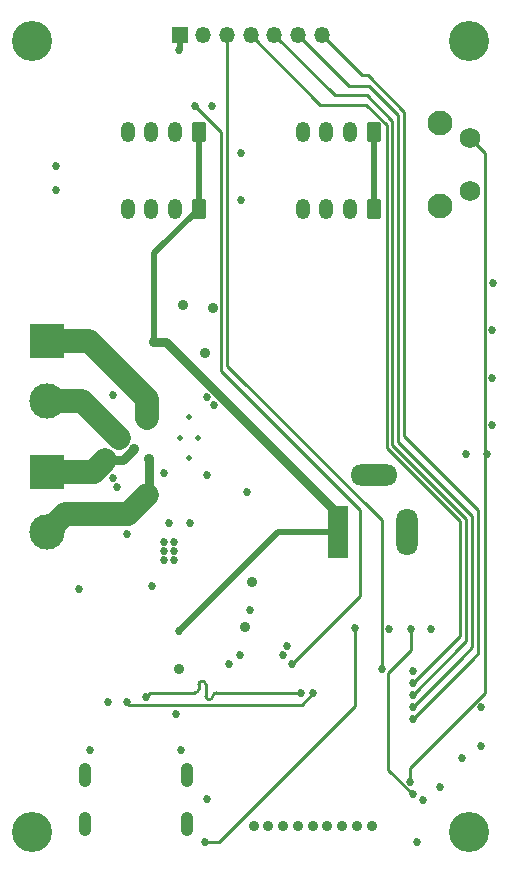
<source format=gbr>
%TF.GenerationSoftware,KiCad,Pcbnew,(6.0.7)*%
%TF.CreationDate,2022-11-21T13:24:11-08:00*%
%TF.ProjectId,WaterTopper,57617465-7254-46f7-9070-65722e6b6963,rev?*%
%TF.SameCoordinates,Original*%
%TF.FileFunction,Copper,L4,Bot*%
%TF.FilePolarity,Positive*%
%FSLAX46Y46*%
G04 Gerber Fmt 4.6, Leading zero omitted, Abs format (unit mm)*
G04 Created by KiCad (PCBNEW (6.0.7)) date 2022-11-21 13:24:11*
%MOMM*%
%LPD*%
G01*
G04 APERTURE LIST*
G04 Aperture macros list*
%AMRoundRect*
0 Rectangle with rounded corners*
0 $1 Rounding radius*
0 $2 $3 $4 $5 $6 $7 $8 $9 X,Y pos of 4 corners*
0 Add a 4 corners polygon primitive as box body*
4,1,4,$2,$3,$4,$5,$6,$7,$8,$9,$2,$3,0*
0 Add four circle primitives for the rounded corners*
1,1,$1+$1,$2,$3*
1,1,$1+$1,$4,$5*
1,1,$1+$1,$6,$7*
1,1,$1+$1,$8,$9*
0 Add four rect primitives between the rounded corners*
20,1,$1+$1,$2,$3,$4,$5,0*
20,1,$1+$1,$4,$5,$6,$7,0*
20,1,$1+$1,$6,$7,$8,$9,0*
20,1,$1+$1,$8,$9,$2,$3,0*%
G04 Aperture macros list end*
%TA.AperFunction,ComponentPad*%
%ADD10R,1.350000X1.350000*%
%TD*%
%TA.AperFunction,ComponentPad*%
%ADD11O,1.350000X1.350000*%
%TD*%
%TA.AperFunction,ComponentPad*%
%ADD12C,2.100000*%
%TD*%
%TA.AperFunction,ComponentPad*%
%ADD13C,1.750000*%
%TD*%
%TA.AperFunction,WasherPad*%
%ADD14C,3.400000*%
%TD*%
%TA.AperFunction,ComponentPad*%
%ADD15R,1.800000X4.400000*%
%TD*%
%TA.AperFunction,ComponentPad*%
%ADD16O,1.800000X4.000000*%
%TD*%
%TA.AperFunction,ComponentPad*%
%ADD17O,4.000000X1.800000*%
%TD*%
%TA.AperFunction,ComponentPad*%
%ADD18O,1.050000X2.100000*%
%TD*%
%TA.AperFunction,ComponentPad*%
%ADD19R,3.000000X3.000000*%
%TD*%
%TA.AperFunction,ComponentPad*%
%ADD20C,3.000000*%
%TD*%
%TA.AperFunction,ComponentPad*%
%ADD21C,0.499999*%
%TD*%
%TA.AperFunction,ComponentPad*%
%ADD22RoundRect,0.250000X0.350000X0.625000X-0.350000X0.625000X-0.350000X-0.625000X0.350000X-0.625000X0*%
%TD*%
%TA.AperFunction,ComponentPad*%
%ADD23O,1.200000X1.750000*%
%TD*%
%TA.AperFunction,ViaPad*%
%ADD24C,0.685800*%
%TD*%
%TA.AperFunction,ViaPad*%
%ADD25C,0.889000*%
%TD*%
%TA.AperFunction,Conductor*%
%ADD26C,0.762000*%
%TD*%
%TA.AperFunction,Conductor*%
%ADD27C,0.254000*%
%TD*%
%TA.AperFunction,Conductor*%
%ADD28C,2.032000*%
%TD*%
%TA.AperFunction,Conductor*%
%ADD29C,0.508000*%
%TD*%
G04 APERTURE END LIST*
D10*
%TO.P,J3,1,Pin_1*%
%TO.N,GND*%
X143500000Y-56500000D03*
D11*
%TO.P,J3,2,Pin_2*%
%TO.N,Net-(J3-Pad2)*%
X145500000Y-56500000D03*
%TO.P,J3,3,Pin_3*%
%TO.N,TFT_SCK*%
X147500000Y-56500000D03*
%TO.P,J3,4,Pin_4*%
%TO.N,TFT_SDA*%
X149500000Y-56500000D03*
%TO.P,J3,5,Pin_5*%
%TO.N,TFT_RST*%
X151500000Y-56500000D03*
%TO.P,J3,6,Pin_6*%
%TO.N,TFT_DC*%
X153500000Y-56500000D03*
%TO.P,J3,7,Pin_7*%
%TO.N,TFT_CS*%
X155500000Y-56500000D03*
%TD*%
D12*
%TO.P,SW3,*%
%TO.N,*%
X165547500Y-70985000D03*
X165547500Y-63975000D03*
D13*
%TO.P,SW3,1,A*%
%TO.N,U_BTN*%
X168037500Y-65225000D03*
%TO.P,SW3,2,B*%
%TO.N,GND*%
X168037500Y-69725000D03*
%TD*%
D14*
%TO.P,H4,*%
%TO.N,*%
X168000000Y-124000000D03*
%TD*%
D15*
%TO.P,J2,1*%
%TO.N,+12V*%
X156900000Y-98600000D03*
D16*
%TO.P,J2,2*%
%TO.N,GND*%
X162700000Y-98600000D03*
D17*
%TO.P,J2,3*%
X159900000Y-93800000D03*
%TD*%
D14*
%TO.P,H2,*%
%TO.N,*%
X168000000Y-57000000D03*
%TD*%
D18*
%TO.P,J1,S1,SHIELD*%
%TO.N,GND*%
X135430000Y-119170000D03*
%TO.P,J1,S2,SHIELD*%
X144070000Y-119170000D03*
%TO.P,J1,S3,SHIELD*%
X135430000Y-123350000D03*
%TO.P,J1,S4,SHIELD*%
X144070000Y-123350000D03*
%TD*%
D14*
%TO.P,H1,*%
%TO.N,*%
X131000000Y-57000000D03*
%TD*%
D19*
%TO.P,J8,1,Pin_1*%
%TO.N,MTR1A*%
X132250000Y-82420000D03*
D20*
%TO.P,J8,2,Pin_2*%
%TO.N,MTR1B*%
X132250000Y-87500000D03*
%TD*%
D14*
%TO.P,H3,*%
%TO.N,*%
X131000000Y-124000000D03*
%TD*%
D21*
%TO.P,U3,V1*%
%TO.N,GND*%
X145003998Y-90600000D03*
%TO.P,U3,V2*%
X143503996Y-90600000D03*
%TO.P,U3,V3*%
X144253997Y-88850001D03*
%TO.P,U3,V4*%
X144253997Y-92349999D03*
%TD*%
D19*
%TO.P,J9,1,Pin_1*%
%TO.N,MTR2B*%
X132250000Y-93500000D03*
D20*
%TO.P,J9,2,Pin_2*%
%TO.N,MTR2A*%
X132250000Y-98580000D03*
%TD*%
D22*
%TO.P,J7,1,Pin_1*%
%TO.N,+12V*%
X145100000Y-71200000D03*
D23*
%TO.P,J7,2,Pin_2*%
%TO.N,LSENSOR4*%
X143100000Y-71200000D03*
%TO.P,J7,3,Pin_3*%
%TO.N,GND*%
X141100000Y-71200000D03*
%TO.P,J7,4,Pin_4*%
%TO.N,Net-(J7-Pad4)*%
X139100000Y-71200000D03*
%TD*%
D22*
%TO.P,J4,1,Pin_1*%
%TO.N,+12V*%
X159900000Y-64700000D03*
D23*
%TO.P,J4,2,Pin_2*%
%TO.N,LSENSOR1*%
X157900000Y-64700000D03*
%TO.P,J4,3,Pin_3*%
%TO.N,GND*%
X155900000Y-64700000D03*
%TO.P,J4,4,Pin_4*%
%TO.N,Net-(J4-Pad4)*%
X153900000Y-64700000D03*
%TD*%
D22*
%TO.P,J5,1,Pin_1*%
%TO.N,+12V*%
X159900000Y-71200000D03*
D23*
%TO.P,J5,2,Pin_2*%
%TO.N,LSENSOR2*%
X157900000Y-71200000D03*
%TO.P,J5,3,Pin_3*%
%TO.N,GND*%
X155900000Y-71200000D03*
%TO.P,J5,4,Pin_4*%
%TO.N,Net-(J5-Pad4)*%
X153900000Y-71200000D03*
%TD*%
D22*
%TO.P,J6,1,Pin_1*%
%TO.N,+12V*%
X145100000Y-64700000D03*
D23*
%TO.P,J6,2,Pin_2*%
%TO.N,LSENSOR3*%
X143100000Y-64700000D03*
%TO.P,J6,3,Pin_3*%
%TO.N,GND*%
X141100000Y-64700000D03*
%TO.P,J6,4,Pin_4*%
%TO.N,Net-(J6-Pad4)*%
X139100000Y-64700000D03*
%TD*%
D24*
%TO.N,U_BTN*%
X169500000Y-92000000D03*
X163000000Y-119750000D03*
%TO.N,TFT_SDA*%
X163200000Y-111400000D03*
%TO.N,TFT_SCK*%
X160600000Y-110200000D03*
%TO.N,TFT_RST*%
X163200000Y-112400000D03*
%TO.N,TFT_DC*%
X163200000Y-113400000D03*
%TO.N,TFT_CS*%
X163200000Y-114400000D03*
%TO.N,/MCU_D-*%
X139000000Y-113000000D03*
X154800000Y-112200000D03*
%TO.N,/MCU_D+*%
X140600000Y-112600000D03*
X153800000Y-112200000D03*
D25*
%TO.N,MTR2B*%
X139600000Y-91600000D03*
%TO.N,MTR2A*%
X140900000Y-92400000D03*
%TO.N,MTR1B*%
X138600000Y-90850000D03*
%TO.N,MTR1A*%
X140700353Y-88899647D03*
D24*
%TO.N,MCU_EN*%
X145600000Y-124800000D03*
X158300000Y-106700000D03*
%TO.N,MCU_BOOT*%
X163100000Y-106800000D03*
X163200000Y-120800000D03*
D25*
%TO.N,GND*%
X143400000Y-110200000D03*
D24*
X146400000Y-87800000D03*
X169000000Y-116700000D03*
X145800000Y-93800000D03*
X137400000Y-113000000D03*
X139050000Y-98800000D03*
X167400000Y-117700000D03*
X142600000Y-97800000D03*
X152600000Y-108200000D03*
X137800000Y-94000000D03*
D25*
X143800000Y-79400000D03*
D24*
X143400000Y-57800000D03*
X141150000Y-103150000D03*
X163600000Y-124800000D03*
D25*
X153500000Y-123500000D03*
X151000000Y-123500000D03*
D24*
X147700000Y-109800000D03*
X163200000Y-110400000D03*
X169896400Y-89512500D03*
D25*
X146300000Y-79600000D03*
D24*
X170000000Y-77512500D03*
X152200000Y-109000000D03*
D25*
X149750000Y-123500000D03*
X145600000Y-83400000D03*
D24*
X138200000Y-94800000D03*
D25*
X157250000Y-123500000D03*
X159750000Y-123500000D03*
D24*
X137800000Y-87000000D03*
X135900000Y-117050000D03*
X169896400Y-81512500D03*
D25*
X149600000Y-102800000D03*
D24*
X149400000Y-105200000D03*
X169896400Y-85512500D03*
D25*
X156000000Y-123500000D03*
D24*
X142200000Y-93600000D03*
X164800000Y-106800000D03*
X143200000Y-114000000D03*
D25*
X158500000Y-123500000D03*
D24*
X149200000Y-95200000D03*
X161200000Y-106800000D03*
X135000000Y-103400000D03*
X143600000Y-117050000D03*
X144400000Y-97800000D03*
D25*
X154750000Y-123500000D03*
D24*
X145800000Y-87200000D03*
D25*
X149000000Y-106600000D03*
X152250000Y-123500000D03*
D24*
X169000000Y-113400000D03*
%TO.N,+3V3*%
X142200000Y-100200000D03*
X145800000Y-121200000D03*
X143000000Y-101000000D03*
X148600000Y-109000000D03*
X146250000Y-62500000D03*
X164100000Y-121300000D03*
X133000000Y-69600000D03*
X148700000Y-66500000D03*
X167750000Y-92000000D03*
X143000000Y-99400000D03*
X133000000Y-67600000D03*
X148700000Y-70500000D03*
X142200000Y-101000000D03*
X143000000Y-100200000D03*
X165500000Y-120200000D03*
X142200000Y-99400000D03*
D25*
%TO.N,+12V*%
X141300000Y-82500000D03*
D24*
X143400000Y-107000000D03*
%TO.N,TFT_EN*%
X153000000Y-109750000D03*
X144750000Y-62500000D03*
%TD*%
D26*
%TO.N,MTR2B*%
X138685900Y-92514100D02*
X137184520Y-92514100D01*
D27*
%TO.N,U_BTN*%
X163000000Y-119750000D02*
X163000000Y-118555855D01*
X169299500Y-112256356D02*
X168027928Y-113527928D01*
X169299500Y-92200500D02*
X169500000Y-92000000D01*
X169299500Y-112256356D02*
X169299500Y-92200500D01*
X169299500Y-66487000D02*
X168037500Y-65225000D01*
X169299500Y-91799500D02*
X169299500Y-66487000D01*
X169500000Y-92000000D02*
X169299500Y-91799500D01*
X163000000Y-118555855D02*
X168027928Y-113527928D01*
%TO.N,TFT_SDA*%
X159287764Y-62400000D02*
X161000000Y-64112236D01*
X155400000Y-62400000D02*
X159287764Y-62400000D01*
X167200000Y-97700000D02*
X167200000Y-107400000D01*
X161000000Y-91500000D02*
X167200000Y-97700000D01*
X161000000Y-64112236D02*
X161000000Y-91500000D01*
X149500000Y-56500000D02*
X155400000Y-62400000D01*
X167200000Y-107400000D02*
X163200000Y-111400000D01*
%TO.N,TFT_SCK*%
X147500000Y-81500000D02*
X147500000Y-56500000D01*
X147500000Y-84500000D02*
X147500000Y-81500000D01*
X160600000Y-110200000D02*
X160600000Y-97600000D01*
X160600000Y-97600000D02*
X147500000Y-84500000D01*
%TO.N,TFT_RST*%
X161500000Y-63750000D02*
X159350000Y-61600000D01*
X167425000Y-108175000D02*
X167750000Y-107850000D01*
X151500000Y-56500000D02*
X156600000Y-61600000D01*
X167750000Y-107850000D02*
X167750000Y-97500000D01*
X159350000Y-61600000D02*
X157650000Y-61600000D01*
X163200000Y-112400000D02*
X167425000Y-108175000D01*
X167750000Y-97500000D02*
X161500000Y-91250000D01*
X161500000Y-91250000D02*
X161500000Y-63750000D01*
X156600000Y-61600000D02*
X157650000Y-61600000D01*
%TO.N,TFT_DC*%
X162000000Y-63300000D02*
X162000000Y-91000000D01*
X157800000Y-60800000D02*
X159500000Y-60800000D01*
X167300000Y-109300000D02*
X163200000Y-113400000D01*
X168250000Y-108350000D02*
X167300000Y-109300000D01*
X159500000Y-60800000D02*
X162000000Y-63300000D01*
X153500000Y-56500000D02*
X157800000Y-60800000D01*
X162000000Y-91000000D02*
X168250000Y-97250000D01*
X168250000Y-97250000D02*
X168250000Y-108350000D01*
%TO.N,TFT_CS*%
X162500000Y-63000000D02*
X162500000Y-90500000D01*
X158900000Y-59900000D02*
X159400000Y-59900000D01*
X168750000Y-108850000D02*
X168300000Y-109300000D01*
X168300000Y-109300000D02*
X163200000Y-114400000D01*
X159400000Y-59900000D02*
X162500000Y-63000000D01*
X168750000Y-96750000D02*
X168750000Y-108850000D01*
X155500000Y-56500000D02*
X158900000Y-59900000D01*
X162500000Y-90500000D02*
X168750000Y-96750000D01*
%TO.N,/MCU_D-*%
X139000000Y-113000000D02*
X139196900Y-113196900D01*
X153803100Y-113196900D02*
X154800000Y-112200000D01*
X139196900Y-113196900D02*
X153803100Y-113196900D01*
%TO.N,/MCU_D+*%
X146600000Y-112200000D02*
X146984506Y-112200000D01*
X140600000Y-112600000D02*
X141000000Y-112200000D01*
X145700000Y-111500000D02*
X145700000Y-111900000D01*
X141000000Y-112200000D02*
X144800000Y-112200000D01*
X146984506Y-112200000D02*
X153800000Y-112200000D01*
X145100000Y-111900000D02*
X145100000Y-111500000D01*
X145700000Y-111900000D02*
X145700000Y-112500000D01*
X146000000Y-112800000D02*
G75*
G02*
X145700000Y-112500000I0J300000D01*
G01*
X145700000Y-111500000D02*
G75*
G03*
X145400000Y-111200000I-300000J0D01*
G01*
X145400000Y-111200000D02*
G75*
G03*
X145100000Y-111500000I0J-300000D01*
G01*
X146300000Y-112500000D02*
G75*
G02*
X146000000Y-112800000I-300000J0D01*
G01*
X145100000Y-111900000D02*
G75*
G02*
X144800000Y-112200000I-300000J0D01*
G01*
X146600000Y-112200000D02*
G75*
G03*
X146300000Y-112500000I0J-300000D01*
G01*
D26*
%TO.N,MTR2B*%
X139600000Y-91600000D02*
X138685900Y-92514100D01*
D28*
X136198620Y-93500000D02*
X137184520Y-92514100D01*
X132250000Y-93500000D02*
X136198620Y-93500000D01*
%TO.N,MTR2A*%
X139120000Y-97080000D02*
X140714100Y-95485900D01*
D26*
X140900000Y-92400000D02*
X140900000Y-95300000D01*
X140900000Y-95300000D02*
X140714100Y-95485900D01*
D28*
X132250000Y-98580000D02*
X133750000Y-97080000D01*
X133750000Y-97080000D02*
X139120000Y-97080000D01*
%TO.N,MTR1B*%
X135250000Y-87500000D02*
X138352468Y-90602468D01*
X132250000Y-87500000D02*
X135250000Y-87500000D01*
%TO.N,MTR1A*%
X140700353Y-87338353D02*
X140700353Y-88899647D01*
X135782000Y-82420000D02*
X140700353Y-87338353D01*
X132250000Y-82420000D02*
X135782000Y-82420000D01*
D27*
%TO.N,MCU_EN*%
X145600000Y-124800000D02*
X146844145Y-124800000D01*
X158300000Y-113344145D02*
X158300000Y-106700000D01*
X146844145Y-124800000D02*
X158300000Y-113344145D01*
%TO.N,MCU_BOOT*%
X161100000Y-110544145D02*
X161100000Y-118700000D01*
X163100000Y-106800000D02*
X163100000Y-108544145D01*
X163100000Y-108544145D02*
X161100000Y-110544145D01*
X161100000Y-118700000D02*
X163200000Y-120800000D01*
D29*
%TO.N,GND*%
X143500000Y-57700000D02*
X143400000Y-57800000D01*
X143500000Y-56500000D02*
X143500000Y-57700000D01*
%TO.N,+12V*%
X145100000Y-71200000D02*
X141300000Y-75000000D01*
X141300000Y-75000000D02*
X141300000Y-82500000D01*
X143400000Y-107000000D02*
X151800000Y-98600000D01*
X159900000Y-64700000D02*
X159900000Y-71200000D01*
D26*
X141300000Y-82500000D02*
X142303355Y-82500000D01*
D29*
X151800000Y-98600000D02*
X156900000Y-98600000D01*
X145100000Y-71200000D02*
X145100000Y-64700000D01*
D26*
X142303355Y-82500000D02*
X156900000Y-97096645D01*
X156900000Y-97096645D02*
X156900000Y-98600000D01*
D27*
%TO.N,TFT_EN*%
X158750000Y-104000000D02*
X153000000Y-109750000D01*
X144750000Y-62500000D02*
X146998500Y-64748500D01*
X146998500Y-84998500D02*
X158750000Y-96750000D01*
X158750000Y-96750000D02*
X158750000Y-104000000D01*
X146998500Y-64748500D02*
X146998500Y-84998500D01*
%TD*%
M02*

</source>
